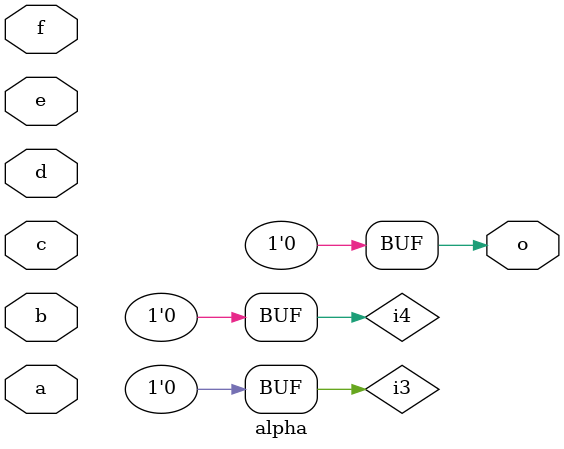
<source format=v>
module alpha (o, a, b, c, d, e, f);
input a, b, c, d, e, f;
output o;

//and u1 (.y(i1), .a(1'b0), .b(b));
and u1 (.y(i1), .a(a), .b(b));

and u2 (.y(i2), .a(i1), .b(c));

and u3 (.y(i3), .a(i2), .b(1'b0));
//and u3 (.y(i3), .a(i2), .b(d));

and u4 (.y(i4), .a(i3), .b(e));

and u5 (.y(o), .a(i4), .b(f));

endmodule


</source>
